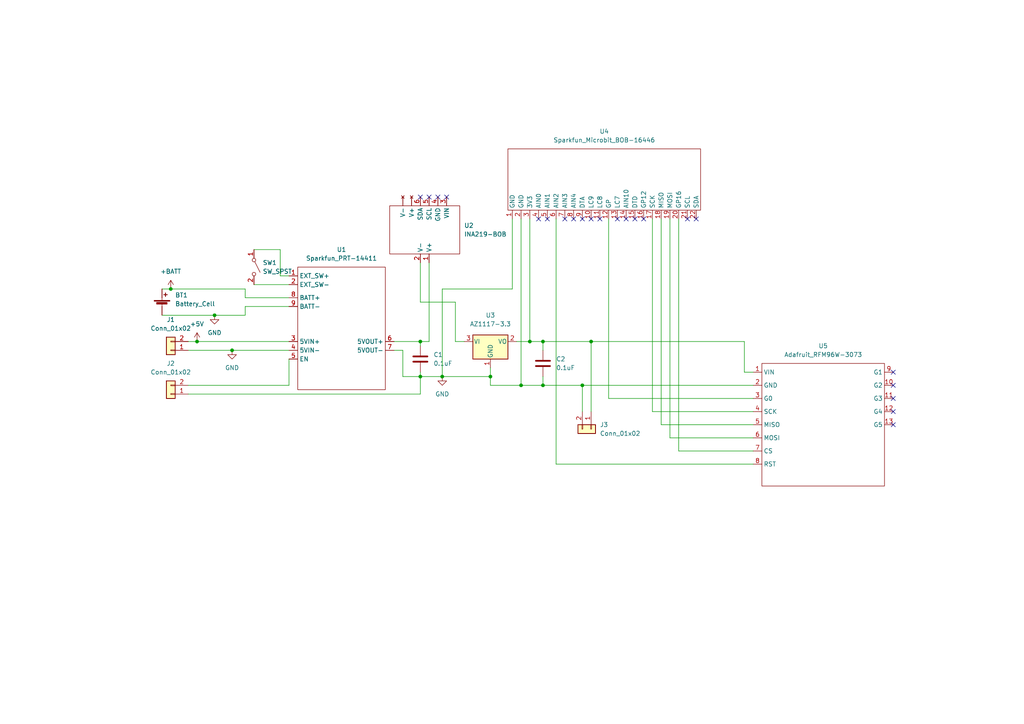
<source format=kicad_sch>
(kicad_sch (version 20211123) (generator eeschema)
  (paper "A4")
  (title_block (title "High Altitude Reporter (HAR)") (date "2022-11-06") (rev "1.0") (company "Make to Innovate") (comment 1 "Matthew E Nelson"))
  (lib_symbols
    (symbol "Connector_Generic:Conn_01x02" (pin_names (offset 1.016) hide)
      (property "Reference" "J" (at 0 2.54 0))
      (property "Value" "Conn_01x02" (at 0 -5.08 0))
      (symbol "Conn_01x02_1_1"
        (rectangle (start -1.27 -2.413) (end 0 -2.667) (stroke (width 0.1524)))
        (rectangle (start -1.27 0.127) (end 0 -0.127) (stroke (width 0.1524)))
        (rectangle (start -1.27 1.27) (end 1.27 -3.81) (stroke (width 0.254)) (fill (type background)))
        (pin passive line (at -5.08 0 0) (length 3.81) (name "Pin_1") (number "1"))
        (pin passive line (at -5.08 -2.54 0) (length 3.81) (name "Pin_2") (number "2"))
      )
    )
    (symbol "Device:Battery_Cell" (pin_numbers hide) (pin_names (offset 0) hide)
      (property "Reference" "BT" (at 2.54 2.54 0))
      (property "Value" "Battery_Cell" (at 2.54 0 0))
      (symbol "Battery_Cell_0_1"
        (rectangle (start -2.286 1.778) (end 2.286 1.524) (fill (type outline)))
        (rectangle (start -1.5748 1.1938) (end 1.4732 0.6858) (fill (type outline)))
        (polyline (pts (xy 0 0.762) (xy 0 0)))
        (polyline (pts (xy 0 1.778) (xy 0 2.54)))
        (polyline (pts (xy 0.508 3.429) (xy 1.524 3.429)) (stroke (width 0.254)))
        (polyline (pts (xy 1.016 3.937) (xy 1.016 2.921)) (stroke (width 0.254)))
      )
      (symbol "Battery_Cell_1_1"
        (pin passive line (at 0 5.08 270) (length 2.54) (name "+") (number "1"))
        (pin passive line (at 0 -2.54 90) (length 2.54) (name "-") (number "2"))
      )
    )
    (symbol "Device:C" (pin_numbers hide) (pin_names (offset 0.254))
      (property "Reference" "C" (at 0.635 2.54 0))
      (property "Value" "C" (at 0.635 -2.54 0))
      (symbol "C_0_1"
        (polyline (pts (xy -2.032 -0.762) (xy 2.032 -0.762)) (stroke (width 0.508)))
        (polyline (pts (xy -2.032 0.762) (xy 2.032 0.762)) (stroke (width 0.508)))
      )
      (symbol "C_1_1"
        (pin passive line (at 0 3.81 270) (length 2.794) (name "~") (number "1"))
        (pin passive line (at 0 -3.81 90) (length 2.794) (name "~") (number "2"))
      )
    )
    (symbol "HAR:Adafruit_RFM96W-3073"
      (property "Reference" "U" (at 0 0 0))
      (property "Value" "Adafruit_RFM96W-3073" (at 0 2.54 0))
      (symbol "Adafruit_RFM96W-3073_0_1"
        (rectangle (start -17.78 19.05) (end 17.78 -16.51))
      )
      (symbol "Adafruit_RFM96W-3073_1_1"
        (pin power_in line (at -20.32 16.51 0) (length 2.54) (name "VIN") (number "1"))
        (pin bidirectional line (at 20.32 12.7 180) (length 2.54) (name "G2") (number "10"))
        (pin bidirectional line (at 20.32 8.89 180) (length 2.54) (name "G3") (number "11"))
        (pin bidirectional line (at 20.32 5.08 180) (length 2.54) (name "G4") (number "12"))
        (pin bidirectional line (at 20.32 1.27 180) (length 2.54) (name "G5") (number "13"))
        (pin power_in line (at -20.32 12.7 0) (length 2.54) (name "GND") (number "2"))
        (pin bidirectional line (at -20.32 8.89 0) (length 2.54) (name "G0") (number "3"))
        (pin bidirectional line (at -20.32 5.08 0) (length 2.54) (name "SCK") (number "4"))
        (pin bidirectional line (at -20.32 1.27 0) (length 2.54) (name "MISO") (number "5"))
        (pin bidirectional line (at -20.32 -2.54 0) (length 2.54) (name "MOSI") (number "6"))
        (pin bidirectional line (at -20.32 -6.35 0) (length 2.54) (name "CS") (number "7"))
        (pin bidirectional line (at -20.32 -10.16 0) (length 2.54) (name "RST") (number "8"))
        (pin bidirectional line (at 20.32 16.51 180) (length 2.54) (name "G1") (number "9"))
      )
    )
    (symbol "HAR:INA219-BOB"
      (property "Reference" "U" (at 0 0 0))
      (property "Value" "INA219-BOB" (at 0 0 0))
      (symbol "INA219-BOB_0_1"
        (rectangle (start -10.16 7.62) (end 10.16 -6.35))
      )
      (symbol "INA219-BOB_1_1"
        (pin no_connect line (at 3.81 -8.89 90) (length 2.54) (name "V+") (number ""))
        (pin no_connect line (at 6.35 -8.89 90) (length 2.54) (name "V-") (number ""))
        (pin power_in line (at -1.27 10.16 270) (length 2.54) (name "V+") (number "1"))
        (pin power_out line (at 1.27 10.16 270) (length 2.54) (name "V-") (number "2"))
        (pin power_in line (at -6.35 -8.89 90) (length 2.54) (name "VIN") (number "3"))
        (pin power_in line (at -3.81 -8.89 90) (length 2.54) (name "GND") (number "4"))
        (pin bidirectional line (at -1.27 -8.89 90) (length 2.54) (name "SCL") (number "5"))
        (pin bidirectional line (at 1.27 -8.89 90) (length 2.54) (name "SDA") (number "6"))
      )
    )
    (symbol "HAR:Sparkfun_Microbit_BOB-16446"
      (property "Reference" "U" (at 0 0 0))
      (property "Value" "Sparkfun_Microbit_BOB-16446" (at 0 3.81 0))
      (symbol "Sparkfun_Microbit_BOB-16446_0_1"
        (rectangle (start -27.94 8.89) (end 27.94 -8.89))
      )
      (symbol "Sparkfun_Microbit_BOB-16446_1_1"
        (pin power_in line (at -26.67 -11.43 90) (length 2.54) (name "GND") (number "1"))
        (pin bidirectional line (at -3.81 -11.43 90) (length 2.54) (name "LC9") (number "10"))
        (pin bidirectional line (at -1.27 -11.43 90) (length 2.54) (name "LC8") (number "11"))
        (pin bidirectional line (at 1.27 -11.43 90) (length 2.54) (name "GP") (number "12"))
        (pin bidirectional line (at 3.81 -11.43 90) (length 2.54) (name "LC7") (number "13"))
        (pin bidirectional line (at 6.35 -11.43 90) (length 2.54) (name "AIN10") (number "14"))
        (pin bidirectional line (at 8.89 -11.43 90) (length 2.54) (name "DTD") (number "15"))
        (pin bidirectional line (at 11.43 -11.43 90) (length 2.54) (name "GP12") (number "16"))
        (pin bidirectional line (at 13.97 -11.43 90) (length 2.54) (name "SCK") (number "17"))
        (pin bidirectional line (at 16.51 -11.43 90) (length 2.54) (name "MISO") (number "18"))
        (pin bidirectional line (at 19.05 -11.43 90) (length 2.54) (name "MOSI") (number "19"))
        (pin power_in line (at -24.13 -11.43 90) (length 2.54) (name "GND") (number "2"))
        (pin bidirectional line (at 21.59 -11.43 90) (length 2.54) (name "GP16") (number "20"))
        (pin bidirectional line (at 24.13 -11.43 90) (length 2.54) (name "SCL") (number "21"))
        (pin bidirectional line (at 26.67 -11.43 90) (length 2.54) (name "SDA") (number "22"))
        (pin power_in line (at -21.59 -11.43 90) (length 2.54) (name "3V3") (number "3"))
        (pin bidirectional line (at -19.05 -11.43 90) (length 2.54) (name "AIN0") (number "4"))
        (pin bidirectional line (at -16.51 -11.43 90) (length 2.54) (name "AIN1") (number "5"))
        (pin bidirectional line (at -13.97 -11.43 90) (length 2.54) (name "AIN2") (number "6"))
        (pin bidirectional line (at -11.43 -11.43 90) (length 2.54) (name "AIN3") (number "7"))
        (pin bidirectional line (at -8.89 -11.43 90) (length 2.54) (name "AIN4") (number "8"))
        (pin bidirectional line (at -6.35 -11.43 90) (length 2.54) (name "DTA") (number "9"))
      )
    )
    (symbol "HAR:Sparkfun_PRT-14411"
      (property "Reference" "U" (at 0 0 0))
      (property "Value" "Sparkfun_PRT-14411" (at 0 2.54 0))
      (symbol "Sparkfun_PRT-14411_0_1"
        (rectangle (start -12.7 17.78) (end 12.7 -17.78))
      )
      (symbol "Sparkfun_PRT-14411_1_1"
        (pin bidirectional line (at -15.24 15.24 0) (length 2.54) (name "EXT_SW+") (number "1"))
        (pin bidirectional line (at -15.24 12.7 0) (length 2.54) (name "EXT_SW-") (number "2"))
        (pin power_in line (at -15.24 -3.81 0) (length 2.54) (name "5VIN+") (number "3"))
        (pin power_in line (at -15.24 -6.35 0) (length 2.54) (name "5VIN-") (number "4"))
        (pin input line (at -15.24 -8.89 0) (length 2.54) (name "EN") (number "5"))
        (pin power_out line (at 15.24 -3.81 180) (length 2.54) (name "5VOUT+") (number "6"))
        (pin power_out line (at 15.24 -6.35 180) (length 2.54) (name "5VOUT-") (number "7"))
        (pin power_in line (at -15.24 8.89 0) (length 2.54) (name "BATT+") (number "8"))
        (pin power_in line (at -15.24 6.35 0) (length 2.54) (name "BATT-") (number "9"))
      )
    )
    (symbol "Regulator_Linear:AZ1117-3.3" (pin_names (offset 0.254))
      (property "Reference" "U" (at -3.81 3.175 0))
      (property "Value" "AZ1117-3.3" (at 0 3.175 0))
      (symbol "AZ1117-3.3_0_1"
        (rectangle (start -5.08 1.905) (end 5.08 -5.08) (stroke (width 0.254)) (fill (type background)))
      )
      (symbol "AZ1117-3.3_1_1"
        (pin power_in line (at 0 -7.62 90) (length 2.54) (name "GND") (number "1"))
        (pin power_out line (at 7.62 0 180) (length 2.54) (name "VO") (number "2"))
        (pin power_in line (at -7.62 0 0) (length 2.54) (name "VI") (number "3"))
      )
    )
    (symbol "Switch:SW_SPST" (pin_names (offset 0) hide)
      (property "Reference" "SW" (at 0 3.175 0))
      (property "Value" "SW_SPST" (at 0 -2.54 0))
      (symbol "SW_SPST_0_0"
        (circle (center -2.032 0) (radius 0.508))
        (polyline (pts (xy -1.524 0.254) (xy 1.524 1.778)))
        (circle (center 2.032 0) (radius 0.508))
      )
      (symbol "SW_SPST_1_1"
        (pin passive line (at -5.08 0 0) (length 2.54) (name "A") (number "1"))
        (pin passive line (at 5.08 0 180) (length 2.54) (name "B") (number "2"))
      )
    )
    (symbol "power:+5V" (power) (pin_names (offset 0))
      (property "Value" "+5V" (at 0 3.556 0))
      (symbol "+5V_0_1"
        (polyline (pts (xy -0.762 1.27) (xy 0 2.54)))
        (polyline (pts (xy 0 0) (xy 0 2.54)))
        (polyline (pts (xy 0 2.54) (xy 0.762 1.27)))
      )
      (symbol "+5V_1_1"
        (pin power_in line (at 0 0 90) (length 0) hide (name "+5V") (number "1"))
      )
    )
    (symbol "power:+BATT" (power) (pin_names (offset 0))
      (property "Value" "+BATT" (at 0 3.556 0))
      (symbol "+BATT_0_1"
        (polyline (pts (xy -0.762 1.27) (xy 0 2.54)))
        (polyline (pts (xy 0 0) (xy 0 2.54)))
        (polyline (pts (xy 0 2.54) (xy 0.762 1.27)))
      )
      (symbol "+BATT_1_1"
        (pin power_in line (at 0 0 90) (length 0) hide (name "+BATT") (number "1"))
      )
    )
    (symbol "power:GND" (power) (pin_names (offset 0))
      (property "Value" "GND" (at 0 -3.81 0))
      (symbol "GND_0_1"
        (polyline (pts (xy 0 0) (xy 0 -1.27) (xy 1.27 -1.27) (xy 0 -2.54) (xy -1.27 -1.27) (xy 0 -1.27)))
      )
      (symbol "GND_1_1"
        (pin power_in line (at 0 0 270) (length 0) hide (name "GND") (number "1"))
      )
    )
  )
  (junction (at 151.13 111.76))
  (junction (at 171.45 99.06))
  (junction (at 142.24 109.22))
  (junction (at 57.15 99.06))
  (junction (at 157.48 99.06))
  (junction (at 62.23 91.44))
  (junction (at 49.53 83.82))
  (junction (at 157.48 111.76))
  (junction (at 121.92 99.06))
  (junction (at 128.27 109.22))
  (junction (at 121.92 109.22))
  (junction (at 67.31 101.6))
  (junction (at 168.91 111.76))
  (junction (at 153.67 99.06))
  (no_connect (at 259.08 111.76))
  (no_connect (at 179.07 63.5))
  (no_connect (at 127 57.15))
  (no_connect (at 186.69 63.5))
  (no_connect (at 166.37 63.5))
  (no_connect (at 171.45 63.5))
  (no_connect (at 201.93 63.5))
  (no_connect (at 156.21 63.5))
  (no_connect (at 199.39 63.5))
  (no_connect (at 121.92 57.15))
  (no_connect (at 173.99 63.5))
  (no_connect (at 184.15 63.5))
  (no_connect (at 259.08 107.95))
  (no_connect (at 181.61 63.5))
  (no_connect (at 259.08 123.19))
  (no_connect (at 163.83 63.5))
  (no_connect (at 168.91 63.5))
  (no_connect (at 259.08 115.57))
  (no_connect (at 158.75 63.5))
  (no_connect (at 259.08 119.38))
  (no_connect (at 129.54 57.15))
  (no_connect (at 124.46 57.15))
  (wire (pts (xy 189.23 119.38) (xy 189.23 63.5)))
  (wire (pts (xy 54.61 101.6) (xy 67.31 101.6)))
  (wire (pts (xy 71.12 88.9) (xy 83.82 88.9)))
  (wire (pts (xy 132.08 87.63) (xy 132.08 99.06)))
  (wire (pts (xy 54.61 114.3) (xy 121.92 114.3)))
  (wire (pts (xy 151.13 63.5) (xy 151.13 111.76)))
  (wire (pts (xy 114.3 101.6) (xy 116.84 101.6)))
  (wire (pts (xy 124.46 99.06) (xy 121.92 99.06)))
  (wire (pts (xy 191.77 123.19) (xy 191.77 63.5)))
  (wire (pts (xy 67.31 101.6) (xy 83.82 101.6)))
  (wire (pts (xy 121.92 76.2) (xy 121.92 87.63)))
  (wire (pts (xy 168.91 119.38) (xy 168.91 111.76)))
  (wire (pts (xy 54.61 111.76) (xy 83.82 111.76)))
  (wire (pts (xy 218.44 134.62) (xy 161.29 134.62)))
  (wire (pts (xy 168.91 111.76) (xy 218.44 111.76)))
  (wire (pts (xy 194.31 127) (xy 194.31 63.5)))
  (wire (pts (xy 121.92 99.06) (xy 121.92 100.33)))
  (wire (pts (xy 149.86 99.06) (xy 153.67 99.06)))
  (wire (pts (xy 176.53 115.57) (xy 176.53 63.5)))
  (wire (pts (xy 62.23 91.44) (xy 71.12 91.44)))
  (wire (pts (xy 46.99 83.82) (xy 49.53 83.82)))
  (wire (pts (xy 171.45 99.06) (xy 215.9 99.06)))
  (wire (pts (xy 142.24 106.68) (xy 142.24 109.22)))
  (wire (pts (xy 128.27 109.22) (xy 142.24 109.22)))
  (wire (pts (xy 73.66 72.39) (xy 81.28 72.39)))
  (wire (pts (xy 142.24 109.22) (xy 142.24 111.76)))
  (wire (pts (xy 121.92 114.3) (xy 121.92 109.22)))
  (wire (pts (xy 148.59 63.5) (xy 148.59 83.82)))
  (wire (pts (xy 151.13 111.76) (xy 142.24 111.76)))
  (wire (pts (xy 132.08 99.06) (xy 134.62 99.06)))
  (wire (pts (xy 215.9 99.06) (xy 215.9 107.95)))
  (wire (pts (xy 114.3 99.06) (xy 121.92 99.06)))
  (wire (pts (xy 196.85 130.81) (xy 196.85 63.5)))
  (wire (pts (xy 157.48 111.76) (xy 151.13 111.76)))
  (wire (pts (xy 81.28 72.39) (xy 81.28 80.01)))
  (wire (pts (xy 161.29 134.62) (xy 161.29 63.5)))
  (wire (pts (xy 116.84 109.22) (xy 121.92 109.22)))
  (wire (pts (xy 116.84 101.6) (xy 116.84 109.22)))
  (wire (pts (xy 218.44 127) (xy 194.31 127)))
  (wire (pts (xy 49.53 83.82) (xy 71.12 83.82)))
  (wire (pts (xy 46.99 91.44) (xy 62.23 91.44)))
  (wire (pts (xy 148.59 83.82) (xy 128.27 83.82)))
  (wire (pts (xy 157.48 111.76) (xy 168.91 111.76)))
  (wire (pts (xy 153.67 63.5) (xy 153.67 99.06)))
  (wire (pts (xy 71.12 86.36) (xy 83.82 86.36)))
  (wire (pts (xy 83.82 104.14) (xy 83.82 111.76)))
  (wire (pts (xy 54.61 99.06) (xy 57.15 99.06)))
  (wire (pts (xy 218.44 123.19) (xy 191.77 123.19)))
  (wire (pts (xy 71.12 91.44) (xy 71.12 88.9)))
  (wire (pts (xy 124.46 76.2) (xy 124.46 99.06)))
  (wire (pts (xy 157.48 99.06) (xy 171.45 99.06)))
  (wire (pts (xy 121.92 87.63) (xy 132.08 87.63)))
  (wire (pts (xy 73.66 82.55) (xy 83.82 82.55)))
  (wire (pts (xy 153.67 99.06) (xy 157.48 99.06)))
  (wire (pts (xy 57.15 99.06) (xy 83.82 99.06)))
  (wire (pts (xy 81.28 80.01) (xy 83.82 80.01)))
  (wire (pts (xy 128.27 83.82) (xy 128.27 109.22)))
  (wire (pts (xy 218.44 115.57) (xy 176.53 115.57)))
  (wire (pts (xy 218.44 119.38) (xy 189.23 119.38)))
  (wire (pts (xy 71.12 83.82) (xy 71.12 86.36)))
  (wire (pts (xy 218.44 130.81) (xy 196.85 130.81)))
  (wire (pts (xy 121.92 109.22) (xy 128.27 109.22)))
  (wire (pts (xy 157.48 109.22) (xy 157.48 111.76)))
  (wire (pts (xy 215.9 107.95) (xy 218.44 107.95)))
  (wire (pts (xy 121.92 107.95) (xy 121.92 109.22)))
  (wire (pts (xy 157.48 99.06) (xy 157.48 101.6)))
  (wire (pts (xy 171.45 99.06) (xy 171.45 119.38)))
  (symbol (lib_id "power:+5V") (at 57.15 99.06 0) (unit 1)
    (property "Reference" "#PWR0101" (effects hide))
    (property "Value" "+5V" (at 57.15 93.98 0))
  )
  (symbol (lib_id "Connector_Generic:Conn_01x02") (at 171.45 124.46 270) (unit 1)
    (property "Reference" "J3" (at 173.99 123.1899 90) (effects (justify left)))
    (property "Value" "Conn_01x02" (at 173.99 125.7299 90) (effects (justify left)))
    (property "Footprint" "Connector_PinHeader_2.54mm:PinHeader_1x02_P2.54mm_Vertical" (effects hide))
  )
  (symbol (lib_id "Device:Battery_Cell") (at 46.99 88.9 0) (unit 1)
    (property "Reference" "BT1" (at 50.8 85.5979 0) (effects (justify left)))
    (property "Value" "Battery_Cell" (at 50.8 88.1379 0) (effects (justify left)))
    (property "Footprint" "Battery:BatteryHolder_Keystone_1042_1x18650" (effects hide))
  )
  (symbol (lib_id "HAR:INA219-BOB") (at 123.19 66.04 180) (unit 1)
    (property "Reference" "U2" (at 134.62 65.4049 0) (effects (justify right)))
    (property "Value" "INA219-BOB" (at 134.62 67.9449 0) (effects (justify right)))
    (property "Footprint" "HAR:INA219" (effects hide))
  )
  (symbol (lib_id "HAR:Sparkfun_PRT-14411") (at 99.06 95.25 0) (unit 1)
    (property "Reference" "U1" (at 99.06 72.39 0))
    (property "Value" "Sparkfun_PRT-14411" (at 99.06 74.93 0))
    (property "Footprint" "HAR:Sparkfun Boost BOB" (effects hide))
  )
  (symbol (lib_id "Connector_Generic:Conn_01x02") (at 49.53 114.3 180) (unit 1)
    (property "Reference" "J2" (at 49.53 105.41 0))
    (property "Value" "Conn_01x02" (at 49.53 107.95 0))
    (property "Footprint" "Connector_PinHeader_2.54mm:PinHeader_1x02_P2.54mm_Vertical" (effects hide))
  )
  (symbol (lib_id "Device:C") (at 121.92 104.14 0) (unit 1)
    (property "Reference" "C1" (at 125.73 102.8699 0) (effects (justify left)))
    (property "Value" "0.1uF" (at 125.73 105.4099 0) (effects (justify left)))
    (property "Footprint" "Capacitor_THT:C_Rect_L7.0mm_W4.5mm_P5.00mm" (effects hide))
  )
  (symbol (lib_id "HAR:Sparkfun_Microbit_BOB-16446") (at 175.26 52.07 0) (unit 1)
    (property "Reference" "U4" (at 175.26 38.1 0))
    (property "Value" "Sparkfun_Microbit_BOB-16446" (at 175.26 40.64 0))
    (property "Footprint" "HAR:Sparkfun Microbit BOB" (effects hide))
  )
  (symbol (lib_id "power:GND") (at 67.31 101.6 0) (unit 1)
    (property "Reference" "#PWR02" (effects hide))
    (property "Value" "GND" (at 67.31 106.68 0))
  )
  (symbol (lib_id "Regulator_Linear:AZ1117-3.3") (at 142.24 99.06 0) (unit 1)
    (property "Reference" "U3" (at 142.24 91.44 0))
    (property "Value" "AZ1117-3.3" (at 142.24 93.98 0))
    (property "Footprint" "Package_TO_SOT_SMD:TO-252-2" (effects hide))
    (property "Datasheet" "https://www.diodes.com/assets/Datasheets/AZ1117.pdf" (effects hide))
  )
  (symbol (lib_id "power:GND") (at 62.23 91.44 0) (unit 1)
    (property "Reference" "#PWR01" (effects hide))
    (property "Value" "GND" (at 62.23 96.52 0))
  )
  (symbol (lib_id "Switch:SW_SPST") (at 73.66 77.47 270) (unit 1)
    (property "Reference" "SW1" (at 76.2 76.1999 90) (effects (justify left)))
    (property "Value" "SW_SPST" (at 76.2 78.7399 90) (effects (justify left)))
    (property "Footprint" "Connector_PinHeader_2.54mm:PinHeader_1x02_P2.54mm_Vertical" (effects hide))
  )
  (symbol (lib_id "power:+BATT") (at 49.53 83.82 0) (unit 1)
    (property "Reference" "#PWR0102" (effects hide))
    (property "Value" "+BATT" (at 49.53 78.74 0))
  )
  (symbol (lib_id "Device:C") (at 157.48 105.41 0) (unit 1)
    (property "Reference" "C2" (at 161.29 104.1399 0) (effects (justify left)))
    (property "Value" "0.1uF" (at 161.29 106.6799 0) (effects (justify left)))
    (property "Footprint" "Capacitor_THT:C_Rect_L7.0mm_W4.5mm_P5.00mm" (effects hide))
  )
  (symbol (lib_id "Connector_Generic:Conn_01x02") (at 49.53 101.6 180) (unit 1)
    (property "Reference" "J1" (at 49.53 92.71 0))
    (property "Value" "Conn_01x02" (at 49.53 95.25 0))
    (property "Footprint" "Connector_PinHeader_2.54mm:PinHeader_1x02_P2.54mm_Vertical" (effects hide))
  )
  (symbol (lib_id "HAR:Adafruit_RFM96W-3073") (at 238.76 124.46 0) (unit 1)
    (property "Reference" "U5" (at 238.76 100.33 0))
    (property "Value" "Adafruit_RFM96W-3073" (at 238.76 102.87 0))
    (property "Footprint" "HAR:Adafruit LoRa BOB" (effects hide))
  )
  (symbol (lib_id "power:GND") (at 128.27 109.22 0) (unit 1)
    (property "Reference" "#PWR03" (effects hide))
    (property "Value" "GND" (at 128.27 114.3 0))
  )
)
</source>
